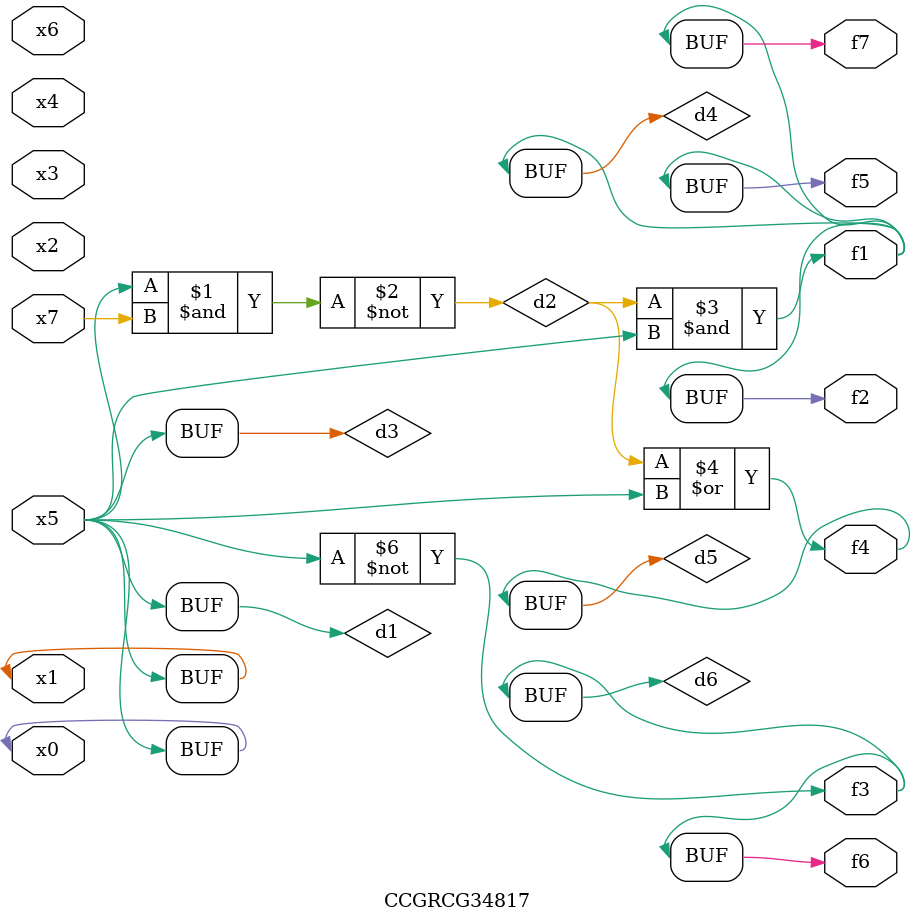
<source format=v>
module CCGRCG34817(
	input x0, x1, x2, x3, x4, x5, x6, x7,
	output f1, f2, f3, f4, f5, f6, f7
);

	wire d1, d2, d3, d4, d5, d6;

	buf (d1, x0, x5);
	nand (d2, x5, x7);
	buf (d3, x0, x1);
	and (d4, d2, d3);
	or (d5, d2, d3);
	nor (d6, d1, d3);
	assign f1 = d4;
	assign f2 = d4;
	assign f3 = d6;
	assign f4 = d5;
	assign f5 = d4;
	assign f6 = d6;
	assign f7 = d4;
endmodule

</source>
